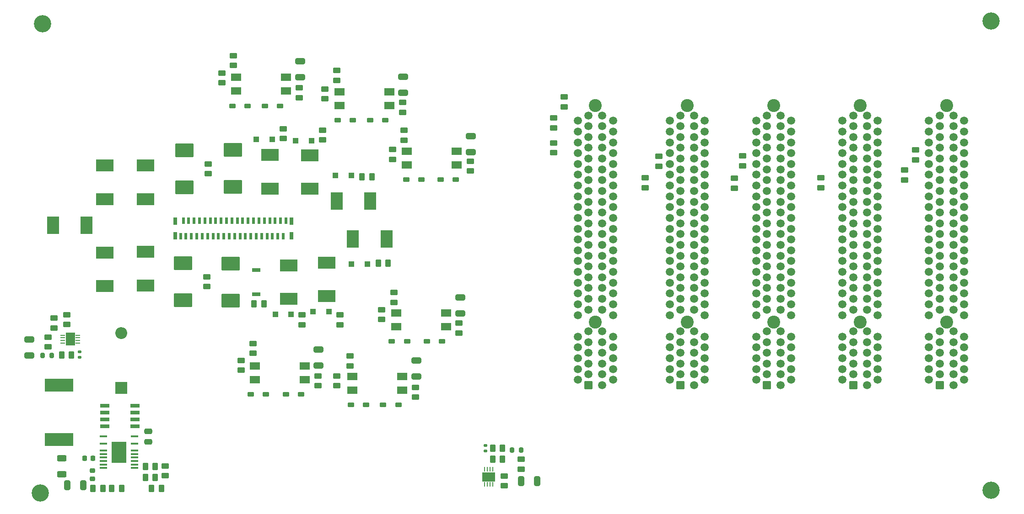
<source format=gts>
G04 #@! TF.GenerationSoftware,KiCad,Pcbnew,8.0.1*
G04 #@! TF.CreationDate,2024-04-11T19:40:35-05:00*
G04 #@! TF.ProjectId,Backplane,4261636b-706c-4616-9e65-2e6b69636164,rev?*
G04 #@! TF.SameCoordinates,Original*
G04 #@! TF.FileFunction,Soldermask,Top*
G04 #@! TF.FilePolarity,Negative*
%FSLAX46Y46*%
G04 Gerber Fmt 4.6, Leading zero omitted, Abs format (unit mm)*
G04 Created by KiCad (PCBNEW 8.0.1) date 2024-04-11 19:40:35*
%MOMM*%
%LPD*%
G01*
G04 APERTURE LIST*
G04 Aperture macros list*
%AMRoundRect*
0 Rectangle with rounded corners*
0 $1 Rounding radius*
0 $2 $3 $4 $5 $6 $7 $8 $9 X,Y pos of 4 corners*
0 Add a 4 corners polygon primitive as box body*
4,1,4,$2,$3,$4,$5,$6,$7,$8,$9,$2,$3,0*
0 Add four circle primitives for the rounded corners*
1,1,$1+$1,$2,$3*
1,1,$1+$1,$4,$5*
1,1,$1+$1,$6,$7*
1,1,$1+$1,$8,$9*
0 Add four rect primitives between the rounded corners*
20,1,$1+$1,$2,$3,$4,$5,0*
20,1,$1+$1,$4,$5,$6,$7,0*
20,1,$1+$1,$6,$7,$8,$9,0*
20,1,$1+$1,$8,$9,$2,$3,0*%
G04 Aperture macros list end*
%ADD10R,5.207000X2.413000*%
%ADD11RoundRect,0.250000X0.450000X-0.262500X0.450000X0.262500X-0.450000X0.262500X-0.450000X-0.262500X0*%
%ADD12R,1.955800X1.346200*%
%ADD13RoundRect,0.250000X0.650000X-0.325000X0.650000X0.325000X-0.650000X0.325000X-0.650000X-0.325000X0*%
%ADD14RoundRect,0.250000X0.625000X-0.312500X0.625000X0.312500X-0.625000X0.312500X-0.625000X-0.312500X0*%
%ADD15RoundRect,0.250000X-0.450000X0.262500X-0.450000X-0.262500X0.450000X-0.262500X0.450000X0.262500X0*%
%ADD16RoundRect,0.102000X1.560000X-1.145000X1.560000X1.145000X-1.560000X1.145000X-1.560000X-1.145000X0*%
%ADD17RoundRect,0.102000X-0.525000X-0.300000X0.525000X-0.300000X0.525000X0.300000X-0.525000X0.300000X0*%
%ADD18RoundRect,0.102000X0.525000X0.300000X-0.525000X0.300000X-0.525000X-0.300000X0.525000X-0.300000X0*%
%ADD19R,3.200400X2.184400*%
%ADD20RoundRect,0.102000X-1.560000X1.145000X-1.560000X-1.145000X1.560000X-1.145000X1.560000X1.145000X0*%
%ADD21RoundRect,0.250000X-0.262500X-0.450000X0.262500X-0.450000X0.262500X0.450000X-0.262500X0.450000X0*%
%ADD22RoundRect,0.250000X-0.475000X0.250000X-0.475000X-0.250000X0.475000X-0.250000X0.475000X0.250000X0*%
%ADD23RoundRect,0.250000X-0.325000X-0.650000X0.325000X-0.650000X0.325000X0.650000X-0.325000X0.650000X0*%
%ADD24C,2.400000*%
%ADD25RoundRect,0.102000X0.644000X-0.644000X0.644000X0.644000X-0.644000X0.644000X-0.644000X-0.644000X0*%
%ADD26C,1.492000*%
%ADD27R,2.184400X3.200400*%
%ADD28R,1.092200X0.990600*%
%ADD29RoundRect,0.225000X0.225000X0.250000X-0.225000X0.250000X-0.225000X-0.250000X0.225000X-0.250000X0*%
%ADD30R,1.498600X0.711200*%
%ADD31C,3.200000*%
%ADD32RoundRect,0.225000X-0.250000X0.225000X-0.250000X-0.225000X0.250000X-0.225000X0.250000X0.225000X0*%
%ADD33RoundRect,0.200000X0.200000X0.275000X-0.200000X0.275000X-0.200000X-0.275000X0.200000X-0.275000X0*%
%ADD34RoundRect,0.135000X0.185000X-0.135000X0.185000X0.135000X-0.185000X0.135000X-0.185000X-0.135000X0*%
%ADD35R,1.752600X0.660400*%
%ADD36R,0.600000X1.200000*%
%ADD37R,0.800000X1.400000*%
%ADD38RoundRect,0.250000X0.262500X0.450000X-0.262500X0.450000X-0.262500X-0.450000X0.262500X-0.450000X0*%
%ADD39R,1.358900X0.355600*%
%ADD40R,2.743200X3.860800*%
%ADD41RoundRect,0.250000X0.325000X0.650000X-0.325000X0.650000X-0.325000X-0.650000X0.325000X-0.650000X0*%
%ADD42RoundRect,0.135000X-0.185000X0.135000X-0.185000X-0.135000X0.185000X-0.135000X0.185000X0.135000X0*%
%ADD43O,2.200000X2.200000*%
%ADD44R,2.200000X2.200000*%
%ADD45R,0.254000X0.812800*%
%ADD46R,2.489200X1.752600*%
%ADD47R,0.812800X0.254000*%
%ADD48R,1.752600X2.489200*%
G04 APERTURE END LIST*
D10*
X160500000Y-114958100D03*
X160500000Y-125041900D03*
D11*
X202000001Y-69312499D03*
X202000001Y-67487499D03*
X209711335Y-61920829D03*
X209711335Y-60095829D03*
D12*
X212389901Y-60629999D03*
X212389901Y-63169999D03*
X221610101Y-63169999D03*
X221610101Y-60629999D03*
D13*
X226597292Y-113389347D03*
X226597292Y-110439347D03*
D14*
X161000000Y-131462500D03*
X161000000Y-128537500D03*
D15*
X317000000Y-75137500D03*
X317000000Y-76962500D03*
D16*
X183455001Y-99242499D03*
X183455001Y-92382499D03*
D11*
X205500001Y-103812499D03*
X205500001Y-101987499D03*
D13*
X208542967Y-111369992D03*
X208542967Y-108419992D03*
D12*
X214779801Y-113399999D03*
X214779801Y-115939999D03*
X224000001Y-115939999D03*
X224000001Y-113399999D03*
D17*
X220900001Y-65899999D03*
X218100001Y-65899999D03*
D18*
X214489901Y-118669999D03*
X217289901Y-118669999D03*
D19*
X176500001Y-90275799D03*
X176500001Y-96524199D03*
D15*
X287000000Y-72500000D03*
X287000000Y-74325000D03*
D20*
X192680001Y-71382499D03*
X192680001Y-78242499D03*
D11*
X211867313Y-58510463D03*
X211867313Y-56685463D03*
D21*
X196587501Y-99899999D03*
X198412501Y-99899999D03*
D11*
X208398193Y-115082499D03*
X208398193Y-113257499D03*
D22*
X177000000Y-123550000D03*
X177000000Y-125450000D03*
D18*
X224741189Y-76899999D03*
X227541189Y-76899999D03*
D17*
X223289901Y-118669999D03*
X220489901Y-118669999D03*
D11*
X158500000Y-107902500D03*
X158500000Y-106077500D03*
D12*
X222889901Y-101629999D03*
X222889901Y-104169999D03*
X232110101Y-104169999D03*
X232110101Y-101629999D03*
D11*
X220236831Y-102807889D03*
X220236831Y-100982889D03*
X236584515Y-75312499D03*
X236584515Y-73487499D03*
D23*
X162025000Y-133500000D03*
X164975000Y-133500000D03*
D24*
X324750000Y-103350000D03*
X324750000Y-63200000D03*
D25*
X323500000Y-115000000D03*
D26*
X321500000Y-114000000D03*
X323500000Y-113000000D03*
X321500000Y-112000000D03*
X323500000Y-111000000D03*
X321500000Y-110000000D03*
X323500000Y-109000000D03*
X321500000Y-108000000D03*
X323500000Y-107000000D03*
X321500000Y-106000000D03*
X323500000Y-105000000D03*
X321500000Y-102000000D03*
X323500000Y-101000000D03*
X321500000Y-100000000D03*
X323500000Y-99000000D03*
X321500000Y-98000000D03*
X323500000Y-97000000D03*
X321500000Y-96000000D03*
X323500000Y-95000000D03*
X321500000Y-94000000D03*
X323500000Y-93000000D03*
X321500000Y-92000000D03*
X323500000Y-91000000D03*
X321500000Y-90000000D03*
X323500000Y-89000000D03*
X321500000Y-88000000D03*
X323500000Y-87000000D03*
X321500000Y-86000000D03*
X323500000Y-85000000D03*
X321500000Y-84000000D03*
X323500000Y-83000000D03*
X321500000Y-82000000D03*
X323500000Y-81000000D03*
X321500000Y-80000000D03*
X323500000Y-79000000D03*
X321500000Y-78000000D03*
X323500000Y-77000000D03*
X321500000Y-76000000D03*
X323500000Y-75000000D03*
X321500000Y-74000000D03*
X323500000Y-73000000D03*
X321500000Y-72000000D03*
X323500000Y-71000000D03*
X321500000Y-70000000D03*
X323500000Y-69000000D03*
X321500000Y-68000000D03*
X323500000Y-67000000D03*
X321500000Y-66000000D03*
X323500000Y-65000000D03*
X326000000Y-115000000D03*
X328000000Y-114000000D03*
X326000000Y-113000000D03*
X328000000Y-112000000D03*
X326000000Y-111000000D03*
X328000000Y-110000000D03*
X326000000Y-109000000D03*
X328000000Y-108000000D03*
X326000000Y-107000000D03*
X328000000Y-106000000D03*
X326000000Y-105000000D03*
X328000000Y-102000000D03*
X326000000Y-101000000D03*
X328000000Y-100000000D03*
X326000000Y-99000000D03*
X328000000Y-98000000D03*
X326000000Y-97000000D03*
X328000000Y-96000000D03*
X326000000Y-95000000D03*
X328000000Y-94000000D03*
X326000000Y-93000000D03*
X328000000Y-92000000D03*
X326000000Y-91000000D03*
X328000000Y-90000000D03*
X326000000Y-89000000D03*
X328000000Y-88000000D03*
X326000000Y-87000000D03*
X328000000Y-86000000D03*
X326000000Y-85000000D03*
X328000000Y-84000000D03*
X326000000Y-83000000D03*
X328000000Y-82000000D03*
X326000000Y-81000000D03*
X328000000Y-80000000D03*
X326000000Y-79000000D03*
X328000000Y-78000000D03*
X326000000Y-77000000D03*
X328000000Y-76000000D03*
X326000000Y-75000000D03*
X328000000Y-74000000D03*
X326000000Y-73000000D03*
X328000000Y-72000000D03*
X326000000Y-71000000D03*
X328000000Y-70000000D03*
X326000000Y-69000000D03*
X328000000Y-68000000D03*
X326000000Y-67000000D03*
X328000000Y-66000000D03*
X326000000Y-65000000D03*
D27*
X211875801Y-80899999D03*
X218124201Y-80899999D03*
D24*
X259750000Y-103350000D03*
X259750000Y-63200000D03*
D25*
X258500000Y-115000000D03*
D26*
X256500000Y-114000000D03*
X258500000Y-113000000D03*
X256500000Y-112000000D03*
X258500000Y-111000000D03*
X256500000Y-110000000D03*
X258500000Y-109000000D03*
X256500000Y-108000000D03*
X258500000Y-107000000D03*
X256500000Y-106000000D03*
X258500000Y-105000000D03*
X256500000Y-102000000D03*
X258500000Y-101000000D03*
X256500000Y-100000000D03*
X258500000Y-99000000D03*
X256500000Y-98000000D03*
X258500000Y-97000000D03*
X256500000Y-96000000D03*
X258500000Y-95000000D03*
X256500000Y-94000000D03*
X258500000Y-93000000D03*
X256500000Y-92000000D03*
X258500000Y-91000000D03*
X256500000Y-90000000D03*
X258500000Y-89000000D03*
X256500000Y-88000000D03*
X258500000Y-87000000D03*
X256500000Y-86000000D03*
X258500000Y-85000000D03*
X256500000Y-84000000D03*
X258500000Y-83000000D03*
X256500000Y-82000000D03*
X258500000Y-81000000D03*
X256500000Y-80000000D03*
X258500000Y-79000000D03*
X256500000Y-78000000D03*
X258500000Y-77000000D03*
X256500000Y-76000000D03*
X258500000Y-75000000D03*
X256500000Y-74000000D03*
X258500000Y-73000000D03*
X256500000Y-72000000D03*
X258500000Y-71000000D03*
X256500000Y-70000000D03*
X258500000Y-69000000D03*
X256500000Y-68000000D03*
X258500000Y-67000000D03*
X256500000Y-66000000D03*
X258500000Y-65000000D03*
X261000000Y-115000000D03*
X263000000Y-114000000D03*
X261000000Y-113000000D03*
X263000000Y-112000000D03*
X261000000Y-111000000D03*
X263000000Y-110000000D03*
X261000000Y-109000000D03*
X263000000Y-108000000D03*
X261000000Y-107000000D03*
X263000000Y-106000000D03*
X261000000Y-105000000D03*
X263000000Y-102000000D03*
X261000000Y-101000000D03*
X263000000Y-100000000D03*
X261000000Y-99000000D03*
X263000000Y-98000000D03*
X261000000Y-97000000D03*
X263000000Y-96000000D03*
X261000000Y-95000000D03*
X263000000Y-94000000D03*
X261000000Y-93000000D03*
X263000000Y-92000000D03*
X261000000Y-91000000D03*
X263000000Y-90000000D03*
X261000000Y-89000000D03*
X263000000Y-88000000D03*
X261000000Y-87000000D03*
X263000000Y-86000000D03*
X261000000Y-85000000D03*
X263000000Y-84000000D03*
X261000000Y-83000000D03*
X263000000Y-82000000D03*
X261000000Y-81000000D03*
X263000000Y-80000000D03*
X261000000Y-79000000D03*
X263000000Y-78000000D03*
X261000000Y-77000000D03*
X263000000Y-76000000D03*
X261000000Y-75000000D03*
X263000000Y-74000000D03*
X261000000Y-73000000D03*
X263000000Y-72000000D03*
X261000000Y-71000000D03*
X263000000Y-70000000D03*
X261000000Y-69000000D03*
X263000000Y-68000000D03*
X261000000Y-67000000D03*
X263000000Y-66000000D03*
X261000000Y-65000000D03*
D15*
X246000000Y-128735614D03*
X246000000Y-130560614D03*
D11*
X212500001Y-103812499D03*
X212500001Y-101987499D03*
X222457986Y-99651511D03*
X222457986Y-97826511D03*
D15*
X319047203Y-71405605D03*
X319047203Y-73230605D03*
D17*
X233900001Y-76899999D03*
X231100001Y-76899999D03*
D28*
X210473201Y-101399999D03*
X207526801Y-101399999D03*
D13*
X224215188Y-60769455D03*
X224215188Y-57819455D03*
D29*
X166775000Y-128500000D03*
X165225000Y-128500000D03*
D15*
X254000000Y-61587500D03*
X254000000Y-63412500D03*
D19*
X203000001Y-92775799D03*
X203000001Y-99024199D03*
D16*
X192275001Y-99329999D03*
X192275001Y-92469999D03*
D30*
X197000001Y-93626699D03*
X197000001Y-98173299D03*
D31*
X157500000Y-48000000D03*
D24*
X276750000Y-103350000D03*
X276750000Y-63200000D03*
D25*
X275500000Y-115000000D03*
D26*
X273500000Y-114000000D03*
X275500000Y-113000000D03*
X273500000Y-112000000D03*
X275500000Y-111000000D03*
X273500000Y-110000000D03*
X275500000Y-109000000D03*
X273500000Y-108000000D03*
X275500000Y-107000000D03*
X273500000Y-106000000D03*
X275500000Y-105000000D03*
X273500000Y-102000000D03*
X275500000Y-101000000D03*
X273500000Y-100000000D03*
X275500000Y-99000000D03*
X273500000Y-98000000D03*
X275500000Y-97000000D03*
X273500000Y-96000000D03*
X275500000Y-95000000D03*
X273500000Y-94000000D03*
X275500000Y-93000000D03*
X273500000Y-92000000D03*
X275500000Y-91000000D03*
X273500000Y-90000000D03*
X275500000Y-89000000D03*
X273500000Y-88000000D03*
X275500000Y-87000000D03*
X273500000Y-86000000D03*
X275500000Y-85000000D03*
X273500000Y-84000000D03*
X275500000Y-83000000D03*
X273500000Y-82000000D03*
X275500000Y-81000000D03*
X273500000Y-80000000D03*
X275500000Y-79000000D03*
X273500000Y-78000000D03*
X275500000Y-77000000D03*
X273500000Y-76000000D03*
X275500000Y-75000000D03*
X273500000Y-74000000D03*
X275500000Y-73000000D03*
X273500000Y-72000000D03*
X275500000Y-71000000D03*
X273500000Y-70000000D03*
X275500000Y-69000000D03*
X273500000Y-68000000D03*
X275500000Y-67000000D03*
X273500000Y-66000000D03*
X275500000Y-65000000D03*
X278000000Y-115000000D03*
X280000000Y-114000000D03*
X278000000Y-113000000D03*
X280000000Y-112000000D03*
X278000000Y-111000000D03*
X280000000Y-110000000D03*
X278000000Y-109000000D03*
X280000000Y-108000000D03*
X278000000Y-107000000D03*
X280000000Y-106000000D03*
X278000000Y-105000000D03*
X280000000Y-102000000D03*
X278000000Y-101000000D03*
X280000000Y-100000000D03*
X278000000Y-99000000D03*
X280000000Y-98000000D03*
X278000000Y-97000000D03*
X280000000Y-96000000D03*
X278000000Y-95000000D03*
X280000000Y-94000000D03*
X278000000Y-93000000D03*
X280000000Y-92000000D03*
X278000000Y-91000000D03*
X280000000Y-90000000D03*
X278000000Y-89000000D03*
X280000000Y-88000000D03*
X278000000Y-87000000D03*
X280000000Y-86000000D03*
X278000000Y-85000000D03*
X280000000Y-84000000D03*
X278000000Y-83000000D03*
X280000000Y-82000000D03*
X278000000Y-81000000D03*
X280000000Y-80000000D03*
X278000000Y-79000000D03*
X280000000Y-78000000D03*
X278000000Y-77000000D03*
X280000000Y-76000000D03*
X278000000Y-75000000D03*
X280000000Y-74000000D03*
X278000000Y-73000000D03*
X280000000Y-72000000D03*
X278000000Y-71000000D03*
X280000000Y-70000000D03*
X278000000Y-69000000D03*
X280000000Y-68000000D03*
X278000000Y-67000000D03*
X280000000Y-66000000D03*
X278000000Y-65000000D03*
D11*
X226490068Y-117218607D03*
X226490068Y-115393607D03*
X187860404Y-96726897D03*
X187860404Y-94901897D03*
D27*
X165624201Y-85399999D03*
X159375801Y-85399999D03*
D21*
X176475233Y-130034219D03*
X178300233Y-130034219D03*
D24*
X308750000Y-103350000D03*
X308750000Y-63200000D03*
D25*
X307500000Y-115000000D03*
D26*
X305500000Y-114000000D03*
X307500000Y-113000000D03*
X305500000Y-112000000D03*
X307500000Y-111000000D03*
X305500000Y-110000000D03*
X307500000Y-109000000D03*
X305500000Y-108000000D03*
X307500000Y-107000000D03*
X305500000Y-106000000D03*
X307500000Y-105000000D03*
X305500000Y-102000000D03*
X307500000Y-101000000D03*
X305500000Y-100000000D03*
X307500000Y-99000000D03*
X305500000Y-98000000D03*
X307500000Y-97000000D03*
X305500000Y-96000000D03*
X307500000Y-95000000D03*
X305500000Y-94000000D03*
X307500000Y-93000000D03*
X305500000Y-92000000D03*
X307500000Y-91000000D03*
X305500000Y-90000000D03*
X307500000Y-89000000D03*
X305500000Y-88000000D03*
X307500000Y-87000000D03*
X305500000Y-86000000D03*
X307500000Y-85000000D03*
X305500000Y-84000000D03*
X307500000Y-83000000D03*
X305500000Y-82000000D03*
X307500000Y-81000000D03*
X305500000Y-80000000D03*
X307500000Y-79000000D03*
X305500000Y-78000000D03*
X307500000Y-77000000D03*
X305500000Y-76000000D03*
X307500000Y-75000000D03*
X305500000Y-74000000D03*
X307500000Y-73000000D03*
X305500000Y-72000000D03*
X307500000Y-71000000D03*
X305500000Y-70000000D03*
X307500000Y-69000000D03*
X305500000Y-68000000D03*
X307500000Y-67000000D03*
X305500000Y-66000000D03*
X307500000Y-65000000D03*
X310000000Y-115000000D03*
X312000000Y-114000000D03*
X310000000Y-113000000D03*
X312000000Y-112000000D03*
X310000000Y-111000000D03*
X312000000Y-110000000D03*
X310000000Y-109000000D03*
X312000000Y-108000000D03*
X310000000Y-107000000D03*
X312000000Y-106000000D03*
X310000000Y-105000000D03*
X312000000Y-102000000D03*
X310000000Y-101000000D03*
X312000000Y-100000000D03*
X310000000Y-99000000D03*
X312000000Y-98000000D03*
X310000000Y-97000000D03*
X312000000Y-96000000D03*
X310000000Y-95000000D03*
X312000000Y-94000000D03*
X310000000Y-93000000D03*
X312000000Y-92000000D03*
X310000000Y-91000000D03*
X312000000Y-90000000D03*
X310000000Y-89000000D03*
X312000000Y-88000000D03*
X310000000Y-87000000D03*
X312000000Y-86000000D03*
X310000000Y-85000000D03*
X312000000Y-84000000D03*
X310000000Y-83000000D03*
X312000000Y-82000000D03*
X310000000Y-81000000D03*
X312000000Y-80000000D03*
X310000000Y-79000000D03*
X312000000Y-78000000D03*
X310000000Y-77000000D03*
X312000000Y-76000000D03*
X310000000Y-75000000D03*
X312000000Y-74000000D03*
X310000000Y-73000000D03*
X312000000Y-72000000D03*
X310000000Y-71000000D03*
X312000000Y-70000000D03*
X310000000Y-69000000D03*
X312000000Y-68000000D03*
X310000000Y-67000000D03*
X312000000Y-66000000D03*
X310000000Y-65000000D03*
D21*
X219587501Y-92399999D03*
X221412501Y-92399999D03*
D32*
X166679446Y-130805561D03*
X166679446Y-132355561D03*
D31*
X333000000Y-134500000D03*
D12*
X196779801Y-111399999D03*
X196779801Y-113939999D03*
X206000001Y-113939999D03*
X206000001Y-111399999D03*
D13*
X205133387Y-57895899D03*
X205133387Y-54945899D03*
D15*
X252000000Y-70087500D03*
X252000000Y-71912500D03*
X252000000Y-65500000D03*
X252000000Y-67325000D03*
D33*
X159150000Y-109490000D03*
X157500000Y-109490000D03*
D24*
X292750000Y-103350000D03*
X292750000Y-63200000D03*
D25*
X291500000Y-115000000D03*
D26*
X289500000Y-114000000D03*
X291500000Y-113000000D03*
X289500000Y-112000000D03*
X291500000Y-111000000D03*
X289500000Y-110000000D03*
X291500000Y-109000000D03*
X289500000Y-108000000D03*
X291500000Y-107000000D03*
X289500000Y-106000000D03*
X291500000Y-105000000D03*
X289500000Y-102000000D03*
X291500000Y-101000000D03*
X289500000Y-100000000D03*
X291500000Y-99000000D03*
X289500000Y-98000000D03*
X291500000Y-97000000D03*
X289500000Y-96000000D03*
X291500000Y-95000000D03*
X289500000Y-94000000D03*
X291500000Y-93000000D03*
X289500000Y-92000000D03*
X291500000Y-91000000D03*
X289500000Y-90000000D03*
X291500000Y-89000000D03*
X289500000Y-88000000D03*
X291500000Y-87000000D03*
X289500000Y-86000000D03*
X291500000Y-85000000D03*
X289500000Y-84000000D03*
X291500000Y-83000000D03*
X289500000Y-82000000D03*
X291500000Y-81000000D03*
X289500000Y-80000000D03*
X291500000Y-79000000D03*
X289500000Y-78000000D03*
X291500000Y-77000000D03*
X289500000Y-76000000D03*
X291500000Y-75000000D03*
X289500000Y-74000000D03*
X291500000Y-73000000D03*
X289500000Y-72000000D03*
X291500000Y-71000000D03*
X289500000Y-70000000D03*
X291500000Y-69000000D03*
X289500000Y-68000000D03*
X291500000Y-67000000D03*
X289500000Y-66000000D03*
X291500000Y-65000000D03*
X294000000Y-115000000D03*
X296000000Y-114000000D03*
X294000000Y-113000000D03*
X296000000Y-112000000D03*
X294000000Y-111000000D03*
X296000000Y-110000000D03*
X294000000Y-109000000D03*
X296000000Y-108000000D03*
X294000000Y-107000000D03*
X296000000Y-106000000D03*
X294000000Y-105000000D03*
X296000000Y-102000000D03*
X294000000Y-101000000D03*
X296000000Y-100000000D03*
X294000000Y-99000000D03*
X296000000Y-98000000D03*
X294000000Y-97000000D03*
X296000000Y-96000000D03*
X294000000Y-95000000D03*
X296000000Y-94000000D03*
X294000000Y-93000000D03*
X296000000Y-92000000D03*
X294000000Y-91000000D03*
X296000000Y-90000000D03*
X294000000Y-89000000D03*
X296000000Y-88000000D03*
X294000000Y-87000000D03*
X296000000Y-86000000D03*
X294000000Y-85000000D03*
X296000000Y-84000000D03*
X294000000Y-83000000D03*
X296000000Y-82000000D03*
X294000000Y-81000000D03*
X296000000Y-80000000D03*
X294000000Y-79000000D03*
X296000000Y-78000000D03*
X294000000Y-77000000D03*
X296000000Y-76000000D03*
X294000000Y-75000000D03*
X296000000Y-74000000D03*
X294000000Y-73000000D03*
X296000000Y-72000000D03*
X294000000Y-71000000D03*
X296000000Y-70000000D03*
X294000000Y-69000000D03*
X296000000Y-68000000D03*
X294000000Y-67000000D03*
X296000000Y-66000000D03*
X294000000Y-65000000D03*
D11*
X161969597Y-103756145D03*
X161969597Y-101931145D03*
D34*
X239420009Y-127219212D03*
X239420009Y-126199212D03*
D28*
X211684504Y-76168159D03*
X214630904Y-76168159D03*
D31*
X157000000Y-135000000D03*
D11*
X234498985Y-105312499D03*
X234498985Y-103487499D03*
X224348678Y-69595344D03*
X224348678Y-67770344D03*
D35*
X168984158Y-118798145D03*
X168984158Y-120068145D03*
X168984158Y-121338145D03*
X168984158Y-122608145D03*
X174584156Y-122608145D03*
X174584156Y-121338145D03*
X174584156Y-120068145D03*
X174584156Y-118798145D03*
D36*
X183000000Y-87399999D03*
X183500000Y-84500000D03*
X183999999Y-87399999D03*
X184500000Y-84500000D03*
X185000000Y-87399999D03*
X185500000Y-84500000D03*
X186000000Y-87399999D03*
X186500000Y-84500000D03*
X187000000Y-87399999D03*
X187500000Y-84500000D03*
X188000000Y-87399999D03*
X188500000Y-84500000D03*
X189000000Y-87399999D03*
X189500000Y-84500000D03*
X190000000Y-87399999D03*
X190500000Y-84500000D03*
X191000000Y-87399999D03*
X191500000Y-84500000D03*
X192000000Y-87399999D03*
X192500000Y-84500000D03*
X193000000Y-87399999D03*
X193500000Y-84500000D03*
X194000000Y-87399999D03*
X194500000Y-84500000D03*
X195000000Y-87399999D03*
X195500000Y-84500000D03*
X196000000Y-87399999D03*
X196500000Y-84500000D03*
X197000000Y-87399999D03*
X197500000Y-84500000D03*
X198000000Y-87399999D03*
X198500000Y-84500000D03*
X199000000Y-87399999D03*
X199500001Y-84500000D03*
X200000000Y-87399999D03*
X200500000Y-84500000D03*
X201000001Y-87399999D03*
X201500000Y-84500000D03*
X202000001Y-87399999D03*
X202500000Y-84500000D03*
D37*
X181999997Y-87300000D03*
X203499957Y-87300000D03*
X181999997Y-84600000D03*
X203499957Y-84600000D03*
D11*
X211889901Y-115082499D03*
X211889901Y-113257499D03*
D17*
X205289901Y-116687898D03*
X202489901Y-116687898D03*
D21*
X240747978Y-126637384D03*
X242572978Y-126637384D03*
D18*
X212100001Y-65899999D03*
X214900001Y-65899999D03*
D17*
X224900001Y-106899999D03*
X222100001Y-106899999D03*
D11*
X224064449Y-64441523D03*
X224064449Y-62616523D03*
D38*
X162823134Y-109402520D03*
X160998134Y-109402520D03*
D15*
X269000000Y-76587500D03*
X269000000Y-78412500D03*
D12*
X193279801Y-57899999D03*
X193279801Y-60439999D03*
X202500001Y-60439999D03*
X202500001Y-57899999D03*
D33*
X245994833Y-127038860D03*
X244344833Y-127038860D03*
D11*
X209273998Y-69556362D03*
X209273998Y-67731362D03*
D38*
X172072124Y-134143895D03*
X170247124Y-134143895D03*
D28*
X207212042Y-69679018D03*
X204265642Y-69679018D03*
D13*
X236740386Y-71771762D03*
X236740386Y-68821762D03*
X155000000Y-109465000D03*
X155000000Y-106515000D03*
D39*
X168746900Y-124499998D03*
X168746900Y-125799997D03*
X168746900Y-127099997D03*
X168746900Y-127749996D03*
X168746900Y-128399997D03*
X168746900Y-129049996D03*
X168746900Y-129699997D03*
X168746900Y-130349996D03*
X174500000Y-130349998D03*
X174500000Y-129700000D03*
X174500000Y-129049999D03*
X174500000Y-128400000D03*
X174500000Y-127749999D03*
X174500000Y-127100000D03*
X174500000Y-125800000D03*
X174500000Y-124500000D03*
D40*
X171623450Y-127424998D03*
D13*
X234732791Y-101672058D03*
X234732791Y-98722058D03*
D19*
X206867193Y-78617394D03*
X206867193Y-72368994D03*
X199550415Y-78574738D03*
X199550415Y-72326338D03*
D41*
X248948932Y-132745486D03*
X245998932Y-132745486D03*
D38*
X178294661Y-132095083D03*
X176469661Y-132095083D03*
D28*
X214635371Y-92580801D03*
X217581771Y-92580801D03*
D15*
X159610467Y-102581360D03*
X159610467Y-104406360D03*
D18*
X192584042Y-63241426D03*
X195384042Y-63241426D03*
D11*
X190611385Y-58968466D03*
X190611385Y-57143466D03*
D42*
X164298543Y-108848213D03*
X164298543Y-109868213D03*
D11*
X194231306Y-112225059D03*
X194231306Y-110400059D03*
D31*
X333000000Y-47500000D03*
D17*
X201400001Y-63283584D03*
X198600001Y-63283584D03*
D28*
X203473201Y-101899999D03*
X200526801Y-101899999D03*
D38*
X242593029Y-128679815D03*
X240768029Y-128679815D03*
D11*
X214353234Y-111411683D03*
X214353234Y-109586683D03*
D15*
X188099616Y-73982122D03*
X188099616Y-75807122D03*
D21*
X216587501Y-76399999D03*
X218412501Y-76399999D03*
D12*
X224889901Y-71629999D03*
X224889901Y-74169999D03*
X234110101Y-74169999D03*
X234110101Y-71629999D03*
D15*
X301500000Y-76587500D03*
X301500000Y-78412500D03*
D19*
X210000001Y-92275799D03*
X210000001Y-98524199D03*
X176500001Y-80524199D03*
X176500001Y-74275799D03*
D15*
X271500000Y-72587500D03*
X271500000Y-74412500D03*
D11*
X205000001Y-61724999D03*
X205000001Y-59899999D03*
D17*
X231400001Y-106899999D03*
X228600001Y-106899999D03*
D43*
X172000000Y-105340000D03*
D44*
X172000000Y-115500000D03*
D21*
X177627466Y-134112178D03*
X179452466Y-134112178D03*
D20*
X183680001Y-71452499D03*
X183680001Y-78312499D03*
D45*
X240734260Y-130608362D03*
X240234259Y-130608362D03*
X239734259Y-130608362D03*
X239234258Y-130608362D03*
X239234258Y-133402362D03*
X239734259Y-133402362D03*
X240234259Y-133402362D03*
X240734260Y-133402362D03*
D46*
X239984259Y-132005362D03*
D19*
X169000000Y-80524199D03*
X169000000Y-74275799D03*
D11*
X196389901Y-109082499D03*
X196389901Y-107257499D03*
X222205458Y-73157644D03*
X222205458Y-71332644D03*
D15*
X180146398Y-129948735D03*
X180146398Y-131773735D03*
D18*
X195989901Y-116669999D03*
X198789901Y-116669999D03*
D19*
X169000001Y-90399999D03*
X169000001Y-96648399D03*
D38*
X168612753Y-134143118D03*
X166787753Y-134143118D03*
D11*
X242905960Y-133650421D03*
X242905960Y-131825421D03*
D28*
X199973201Y-69399999D03*
X197026801Y-69399999D03*
D27*
X214875801Y-87899999D03*
X221124201Y-87899999D03*
D47*
X161211857Y-105727512D03*
X161211857Y-106227513D03*
X161211857Y-106727513D03*
X161211857Y-107227514D03*
X164005857Y-107227514D03*
X164005857Y-106727513D03*
X164005857Y-106227513D03*
X164005857Y-105727512D03*
D48*
X162608857Y-106477513D03*
D11*
X192761454Y-55764442D03*
X192761454Y-53939442D03*
D15*
X285500000Y-76675000D03*
X285500000Y-78500000D03*
M02*

</source>
